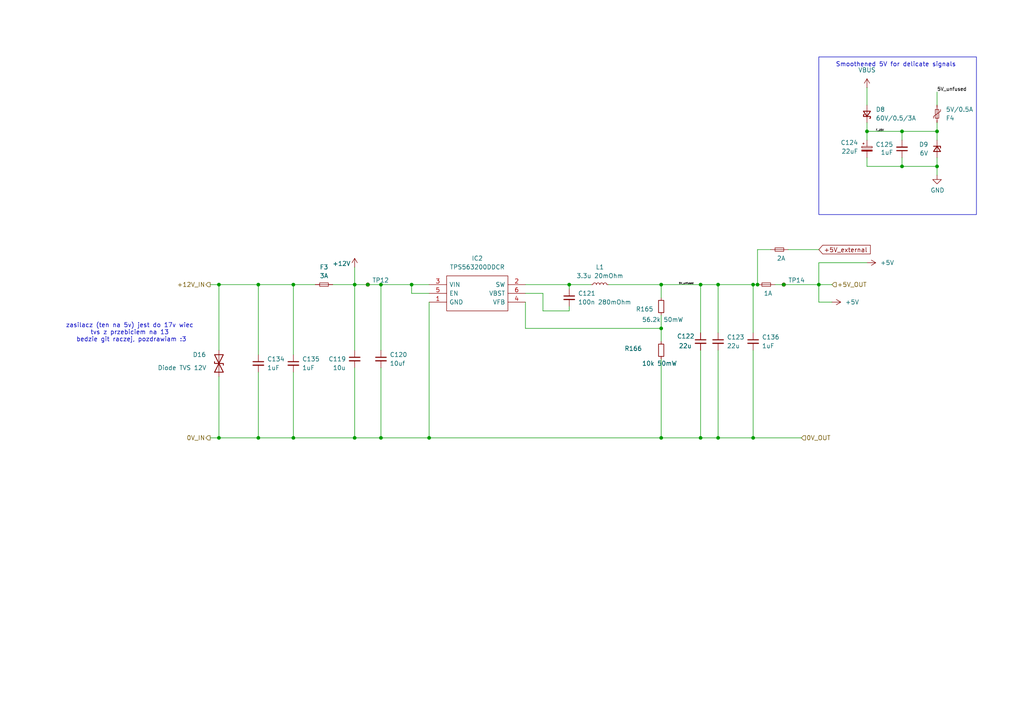
<source format=kicad_sch>
(kicad_sch (version 20250114) (generator "eeschema") (generator_version "9.0")
  (paper "A4")
  (lib_symbols
    (symbol "+5V_1" (power) (pin_numbers (hide yes)) (pin_names (offset 0) (hide yes))
      (property "Value" "+5V" (at 0 3.556 0))
      (symbol "+5V_1_0_1"
        (polyline (pts (xy -0.762 1.27) (xy 0 2.54)))
        (polyline (pts (xy 0 2.54) (xy 0.762 1.27)))
        (polyline (pts (xy 0 0) (xy 0 2.54)))
      )
      (symbol "+5V_1_1_1"
        (pin power_in line (at 0 0 90) (length 0) (name "~") (number "1"))
      )
    )
    (symbol "Connector:TestPoint_Small" (pin_numbers (hide yes)) (pin_names (offset 0.762) (hide yes))
      (property "Reference" "TP" (at 0 3.81 0))
      (property "Value" "TestPoint_Small" (at 0 2.032 0))
      (symbol "TestPoint_Small_0_1"
        (circle (center 0 0) (radius 0.508))
      )
      (symbol "TestPoint_Small_1_1"
        (pin passive line (at 0 0 90) (length 0) (name "1") (number "1"))
      )
    )
    (symbol "Device:C_Polarized_Small" (pin_numbers (hide yes)) (pin_names (offset 0.254) (hide yes))
      (property "Reference" "C" (at 0.254 1.778 0))
      (property "Value" "C_Polarized_Small" (at 0.254 -2.032 0))
      (symbol "C_Polarized_Small_0_1"
        (rectangle (start -1.524 0.6858) (end 1.524 0.3048))
        (rectangle (start -1.524 -0.3048) (end 1.524 -0.6858) (fill (type outline)))
        (polyline (pts (xy -1.27 1.524) (xy -0.762 1.524)))
        (polyline (pts (xy -1.016 1.27) (xy -1.016 1.778)))
      )
      (symbol "C_Polarized_Small_1_1"
        (pin passive line (at 0 2.54 270) (length 1.8542) (name "~") (number "1"))
        (pin passive line (at 0 -2.54 90) (length 1.8542) (name "~") (number "2"))
      )
    )
    (symbol "Device:C_Small" (pin_numbers (hide yes)) (pin_names (offset 0.254) (hide yes))
      (property "Reference" "C" (at 0.254 1.778 0))
      (property "Value" "C_Small" (at 0.254 -2.032 0))
      (symbol "C_Small_0_1"
        (polyline (pts (xy -1.524 0.508) (xy 1.524 0.508)) (stroke (width 0.3048)))
        (polyline (pts (xy -1.524 -0.508) (xy 1.524 -0.508)) (stroke (width 0.3302)))
      )
      (symbol "C_Small_1_1"
        (pin passive line (at 0 2.54 270) (length 2.032) (name "~") (number "1"))
        (pin passive line (at 0 -2.54 90) (length 2.032) (name "~") (number "2"))
      )
    )
    (symbol "Device:D_Schottky_Small" (pin_numbers (hide yes)) (pin_names (offset 0.254) (hide yes))
      (property "Reference" "D8" (at 1.27 2.54 90))
      (property "Value" "60V/0.5/3A" (at -1.27 2.54 90))
      (symbol "D_Schottky_Small_0_1"
        (polyline (pts (xy -1.27 0.762) (xy -1.27 1.016) (xy -0.762 1.016) (xy -0.762 -1.016) (xy -0.254 -1.016) (xy -0.254 -0.762)) (stroke (width 0.254)))
        (polyline (pts (xy -0.762 0) (xy 0.762 0)))
        (polyline (pts (xy 0.762 -1.016) (xy -0.762 0) (xy 0.762 1.016) (xy 0.762 -1.016)) (stroke (width 0.254)))
      )
      (symbol "D_Schottky_Small_1_1"
        (pin power_out line (at -2.54 0 0) (length 1.778) (name "K") (number "1"))
        (pin passive line (at 2.54 0 180) (length 1.778) (name "A") (number "2"))
      )
    )
    (symbol "Device:D_TVS" (pin_numbers (hide yes)) (pin_names (offset 1.016) (hide yes))
      (property "Reference" "D" (at 0 2.54 0))
      (property "Value" "D_TVS" (at 0 -2.54 0))
      (symbol "D_TVS_0_1"
        (polyline (pts (xy -2.54 1.27) (xy -2.54 -1.27) (xy 2.54 1.27) (xy 2.54 -1.27) (xy -2.54 1.27)) (stroke (width 0.254)))
        (polyline (pts (xy 0.508 1.27) (xy 0 1.27) (xy 0 -1.27) (xy -0.508 -1.27)) (stroke (width 0.254)))
        (polyline (pts (xy 1.27 0) (xy -1.27 0)))
      )
      (symbol "D_TVS_1_1"
        (pin passive line (at -3.81 0 0) (length 2.54) (name "A1") (number "1"))
        (pin passive line (at 3.81 0 180) (length 2.54) (name "A2") (number "2"))
      )
    )
    (symbol "Device:D_Zener_Small" (pin_numbers (hide yes)) (pin_names (offset 0.254) (hide yes))
      (property "Reference" "D" (at 0 2.286 0))
      (property "Value" "D_Zener_Small" (at 0 -2.286 0))
      (symbol "D_Zener_Small_0_1"
        (polyline (pts (xy -0.254 1.016) (xy -0.762 1.016) (xy -0.762 -1.016)) (stroke (width 0.254)))
        (polyline (pts (xy 0.762 1.016) (xy -0.762 0) (xy 0.762 -1.016) (xy 0.762 1.016)) (stroke (width 0.254)))
        (polyline (pts (xy 0.762 0) (xy -0.762 0)))
      )
      (symbol "D_Zener_Small_1_1"
        (pin passive line (at -2.54 0 0) (length 1.778) (name "K") (number "1"))
        (pin passive line (at 2.54 0 180) (length 1.778) (name "A") (number "2"))
      )
    )
    (symbol "Device:Fuse_Small" (pin_numbers (hide yes)) (pin_names (offset 0.254) (hide yes))
      (property "Reference" "F" (at 0 -1.524 0))
      (property "Value" "Fuse_Small" (at 0 1.524 0))
      (symbol "Fuse_Small_0_1"
        (rectangle (start -1.27 0.508) (end 1.27 -0.508))
        (polyline (pts (xy -1.27 0) (xy 1.27 0)))
      )
      (symbol "Fuse_Small_1_1"
        (pin passive line (at -2.54 0 0) (length 1.27) (name "~") (number "1"))
        (pin passive line (at 2.54 0 180) (length 1.27) (name "~") (number "2"))
      )
    )
    (symbol "Device:L_Small" (pin_numbers (hide yes)) (pin_names (offset 0.254) (hide yes))
      (property "Reference" "L" (at 0.762 1.016 0))
      (property "Value" "L_Small" (at 0.762 -1.016 0))
      (symbol "L_Small_0_1"
        (arc (start 0 2.032) (mid 0.5058 1.524) (end 0 1.016))
        (arc (start 0 1.016) (mid 0.5058 0.508) (end 0 0))
        (arc (start 0 0) (mid 0.5058 -0.508) (end 0 -1.016))
        (arc (start 0 -1.016) (mid 0.5058 -1.524) (end 0 -2.032))
      )
      (symbol "L_Small_1_1"
        (pin passive line (at 0 2.54 270) (length 0.508) (name "~") (number "1"))
        (pin passive line (at 0 -2.54 90) (length 0.508) (name "~") (number "2"))
      )
    )
    (symbol "Device:Polyfuse_Small" (pin_numbers (hide yes)) (pin_names (offset 0))
      (property "Reference" "F" (at -1.905 0 90))
      (property "Value" "Polyfuse_Small" (at 1.905 0 90))
      (symbol "Polyfuse_Small_0_1"
        (polyline (pts (xy -1.016 1.27) (xy -1.016 0.762) (xy 1.016 -0.762) (xy 1.016 -1.27)))
        (rectangle (start -0.508 1.27) (end 0.508 -1.27))
        (polyline (pts (xy 0 2.54) (xy 0 -2.54)))
      )
      (symbol "Polyfuse_Small_1_1"
        (pin passive line (at 0 2.54 270) (length 0.635) (name "~") (number "1"))
        (pin passive line (at 0 -2.54 90) (length 0.635) (name "~") (number "2"))
      )
    )
    (symbol "Device:R_Small" (pin_numbers (hide yes)) (pin_names (offset 0.254) (hide yes))
      (property "Reference" "R" (at 0.762 0.508 0))
      (property "Value" "R_Small" (at 0.762 -1.016 0))
      (symbol "R_Small_0_1"
        (rectangle (start -0.762 1.778) (end 0.762 -1.778) (stroke (width 0.2032)))
      )
      (symbol "R_Small_1_1"
        (pin passive line (at 0 2.54 270) (length 0.762) (name "~") (number "1"))
        (pin passive line (at 0 -2.54 90) (length 0.762) (name "~") (number "2"))
      )
    )
    (symbol "GND_2" (power) (pin_names (offset 0))
      (property "Value" "GND" (at 0 -3.81 0))
      (symbol "GND_2_0_1"
        (polyline (pts (xy 0 0) (xy 0 -1.27) (xy 1.27 -1.27) (xy 0 -2.54) (xy -1.27 -1.27) (xy 0 -1.27)))
      )
      (symbol "GND_2_1_1"
        (pin power_in line (at 0 0 270) (length 0) (hide yes) (name "GND") (number "1"))
      )
    )
    (symbol "TPS563200DDCR:TPS563200DDCR" (pin_names (offset 0.762))
      (property "Reference" "IC2" (at 13.97 7.62 0))
      (property "Value" "TPS563200DDCR" (at 13.97 5.08 0))
      (symbol "TPS563200DDCR_0_0"
        (pin input line (at 0 -2.54 0) (length 5.08) (name "EN") (number "5"))
        (pin bidirectional line (at 27.94 0 180) (length 5.08) (name "SW") (number "2"))
        (pin bidirectional line (at 27.94 -2.54 180) (length 5.08) (name "VBST") (number "6"))
      )
      (symbol "TPS563200DDCR_0_1"
        (polyline (pts (xy 5.08 2.54) (xy 22.86 2.54) (xy 22.86 -7.62) (xy 5.08 -7.62) (xy 5.08 2.54)) (stroke (width 0.1524)))
      )
      (symbol "TPS563200DDCR_1_0"
        (pin passive line (at 0 0 0) (length 5.08) (name "VIN") (number "3"))
        (pin passive line (at 0 -5.08 0) (length 5.08) (name "GND") (number "1"))
        (pin passive line (at 27.94 -5.08 180) (length 5.08) (name "VFB") (number "4"))
      )
    )
    (symbol "power:+12V" (power) (pin_numbers (hide yes)) (pin_names (offset 0) (hide yes))
      (property "Value" "+12V" (at 0 3.556 0))
      (symbol "+12V_0_1"
        (polyline (pts (xy -0.762 1.27) (xy 0 2.54)))
        (polyline (pts (xy 0 2.54) (xy 0.762 1.27)))
        (polyline (pts (xy 0 0) (xy 0 2.54)))
      )
      (symbol "+12V_1_1"
        (pin power_in line (at 0 0 90) (length 0) (name "~") (number "1"))
      )
    )
    (symbol "power:+5V" (power) (pin_numbers (hide yes)) (pin_names (offset 0) (hide yes))
      (property "Value" "+5V" (at -0.0001 3.81 90))
      (symbol "+5V_0_1"
        (polyline (pts (xy -0.762 1.27) (xy 0 2.54)))
        (polyline (pts (xy 0 2.54) (xy 0.762 1.27)))
        (polyline (pts (xy 0 0) (xy 0 2.54)))
      )
      (symbol "+5V_1_1"
        (pin power_out line (at 0 0 90) (length 0) (name "~") (number "1"))
      )
    )
    (symbol "power:VBUS" (power) (pin_numbers (hide yes)) (pin_names (offset 0) (hide yes))
      (property "Value" "VBUS" (at 0 3.556 0))
      (symbol "VBUS_0_1"
        (polyline (pts (xy -0.762 1.27) (xy 0 2.54)))
        (polyline (pts (xy 0 2.54) (xy 0.762 1.27)))
        (polyline (pts (xy 0 0) (xy 0 2.54)))
      )
      (symbol "VBUS_1_1"
        (pin power_in line (at 0 0 90) (length 0) (name "~") (number "1"))
      )
    )
  )
  (rectangle (start 237.49 16.51) (end 283.21 62.23))
  (text "zasilacz (ten na 5v) jest do 17v wiec \ntvs z przebiciem na 13 \nbedzie git raczej, pozdrawiam :3\n" (at 38.1 96.52 0) (effects (font (size 1.27 1.27))))
  (text "Smoothened 5V for delicate signals\n" (at 259.842 18.796 0) (effects (font (size 1.27 1.27))))
  (junction (at 106.68 82.55))
  (junction (at 237.49 82.55))
  (junction (at 227.33 82.55))
  (junction (at 271.78 38.1))
  (junction (at 119.38 82.55))
  (junction (at 203.2 82.55))
  (junction (at 271.78 48.26))
  (junction (at 102.87 127))
  (junction (at 191.77 95.25))
  (junction (at 191.77 127))
  (junction (at 203.2 127))
  (junction (at 74.93 127))
  (junction (at 261.62 38.1))
  (junction (at 110.49 127))
  (junction (at 102.87 82.55))
  (junction (at 261.62 48.26))
  (junction (at 191.77 82.55))
  (junction (at 218.44 82.55))
  (junction (at 63.5 82.55))
  (junction (at 208.28 127))
  (junction (at 85.09 127))
  (junction (at 219.71 82.55))
  (junction (at 74.93 82.55))
  (junction (at 208.28 82.55))
  (junction (at 63.5 127))
  (junction (at 85.09 82.55))
  (junction (at 124.46 127))
  (junction (at 165.1 82.55))
  (junction (at 110.49 82.55))
  (junction (at 251.46 38.1))
  (junction (at 218.44 127))
  (wire (pts (xy 165.1 82.55) (xy 165.1 83.82)))
  (wire (pts (xy 152.4 82.55) (xy 165.1 82.55)))
  (wire (pts (xy 271.78 26.67) (xy 271.78 30.48)))
  (wire (pts (xy 271.78 38.1) (xy 271.78 40.64)))
  (wire (pts (xy 119.38 85.09) (xy 119.38 82.55)))
  (wire (pts (xy 219.71 72.39) (xy 219.71 82.55)))
  (wire (pts (xy 119.38 82.55) (xy 124.46 82.55)))
  (wire (pts (xy 106.68 82.55) (xy 110.49 82.55)))
  (wire (pts (xy 218.44 82.55) (xy 219.71 82.55)))
  (wire (pts (xy 124.46 87.63) (xy 124.46 127)))
  (wire (pts (xy 74.93 107.95) (xy 74.93 127)))
  (wire (pts (xy 251.46 45.72) (xy 251.46 48.26)))
  (wire (pts (xy 63.5 127) (xy 74.93 127)))
  (wire (pts (xy 203.2 96.52) (xy 203.2 82.55)))
  (wire (pts (xy 63.5 82.55) (xy 63.5 101.6)))
  (wire (pts (xy 102.87 77.47) (xy 102.87 82.55)))
  (wire (pts (xy 60.96 82.55) (xy 63.5 82.55)))
  (wire (pts (xy 271.78 35.56) (xy 271.78 38.1)))
  (wire (pts (xy 152.4 87.63) (xy 152.4 95.25)))
  (wire (pts (xy 191.77 95.25) (xy 191.77 91.44)))
  (wire (pts (xy 191.77 104.14) (xy 191.77 127)))
  (wire (pts (xy 165.1 82.55) (xy 171.45 82.55)))
  (wire (pts (xy 110.49 101.6) (xy 110.49 82.55)))
  (wire (pts (xy 208.28 127) (xy 218.44 127)))
  (wire (pts (xy 63.5 109.22) (xy 63.5 127)))
  (wire (pts (xy 191.77 127) (xy 124.46 127)))
  (wire (pts (xy 102.87 127) (xy 110.49 127)))
  (wire (pts (xy 251.46 76.2) (xy 237.49 76.2)))
  (wire (pts (xy 224.79 82.55) (xy 227.33 82.55)))
  (wire (pts (xy 218.44 127) (xy 218.44 101.6)))
  (wire (pts (xy 228.6 72.39) (xy 237.49 72.39)))
  (wire (pts (xy 251.46 35.56) (xy 251.46 38.1)))
  (wire (pts (xy 152.4 95.25) (xy 191.77 95.25)))
  (wire (pts (xy 102.87 101.6) (xy 102.87 82.55)))
  (wire (pts (xy 110.49 106.68) (xy 110.49 127)))
  (wire (pts (xy 218.44 82.55) (xy 218.44 96.52)))
  (wire (pts (xy 152.4 85.09) (xy 157.48 85.09)))
  (wire (pts (xy 219.71 72.39) (xy 223.52 72.39)))
  (wire (pts (xy 203.2 127) (xy 191.77 127)))
  (wire (pts (xy 208.28 96.52) (xy 208.28 82.55)))
  (wire (pts (xy 191.77 82.55) (xy 176.53 82.55)))
  (wire (pts (xy 251.46 48.26) (xy 261.62 48.26)))
  (wire (pts (xy 74.93 82.55) (xy 74.93 102.87)))
  (wire (pts (xy 271.78 45.72) (xy 271.78 48.26)))
  (wire (pts (xy 191.77 86.36) (xy 191.77 82.55)))
  (wire (pts (xy 85.09 127) (xy 102.87 127)))
  (wire (pts (xy 203.2 82.55) (xy 191.77 82.55)))
  (wire (pts (xy 203.2 127) (xy 208.28 127)))
  (wire (pts (xy 74.93 82.55) (xy 85.09 82.55)))
  (wire (pts (xy 203.2 82.55) (xy 208.28 82.55)))
  (wire (pts (xy 157.48 85.09) (xy 157.48 90.17)))
  (wire (pts (xy 261.62 38.1) (xy 261.62 40.64)))
  (wire (pts (xy 85.09 107.95) (xy 85.09 127)))
  (wire (pts (xy 203.2 101.6) (xy 203.2 127)))
  (wire (pts (xy 208.28 82.55) (xy 218.44 82.55)))
  (wire (pts (xy 110.49 82.55) (xy 119.38 82.55)))
  (wire (pts (xy 110.49 127) (xy 124.46 127)))
  (wire (pts (xy 227.33 82.55) (xy 237.49 82.55)))
  (wire (pts (xy 74.93 127) (xy 85.09 127)))
  (wire (pts (xy 218.44 127) (xy 232.41 127)))
  (wire (pts (xy 63.5 127) (xy 60.96 127)))
  (wire (pts (xy 157.48 90.17) (xy 165.1 90.17)))
  (wire (pts (xy 96.52 82.55) (xy 102.87 82.55)))
  (wire (pts (xy 63.5 82.55) (xy 74.93 82.55)))
  (wire (pts (xy 251.46 38.1) (xy 251.46 40.64)))
  (wire (pts (xy 124.46 85.09) (xy 119.38 85.09)))
  (wire (pts (xy 85.09 82.55) (xy 85.09 102.87)))
  (wire (pts (xy 102.87 106.68) (xy 102.87 127)))
  (wire (pts (xy 261.62 45.72) (xy 261.62 48.26)))
  (wire (pts (xy 102.87 82.55) (xy 106.68 82.55)))
  (wire (pts (xy 271.78 48.26) (xy 261.62 48.26)))
  (wire (pts (xy 251.46 25.4) (xy 251.46 30.48)))
  (wire (pts (xy 208.28 101.6) (xy 208.28 127)))
  (wire (pts (xy 271.78 48.26) (xy 271.78 50.8)))
  (wire (pts (xy 241.3 87.63) (xy 237.49 87.63)))
  (wire (pts (xy 91.44 82.55) (xy 85.09 82.55)))
  (wire (pts (xy 237.49 87.63) (xy 237.49 82.55)))
  (wire (pts (xy 165.1 90.17) (xy 165.1 88.9)))
  (wire (pts (xy 191.77 95.25) (xy 191.77 99.06)))
  (wire (pts (xy 261.62 38.1) (xy 271.78 38.1)))
  (wire (pts (xy 237.49 82.55) (xy 241.3 82.55)))
  (wire (pts (xy 237.49 76.2) (xy 237.49 82.55)))
  (wire (pts (xy 251.46 38.1) (xy 261.62 38.1)))
  (label "5V_unfused" (at 271.78 26.67 0) (effects (font (size 1 1))))
  (label "5V_unfused" (at 196.85 82.55 0) (effects (font (size 0.5 0.5))))
  (label "F_U5V" (at 254 38.1 0) (effects (font (size 0.5 0.5))))
  (global_label "+5V_external" (shape input) (at 237.49 72.39 0) (property "Intersheetrefs" "${INTERSHEET_REFS}" (effects (hide yes))))
  (hierarchical_label "0V_OUT" (shape input) (at 232.41 127 0))
  (hierarchical_label "+5V_OUT" (shape input) (at 241.3 82.55 0))
  (hierarchical_label "+12V_IN" (shape output) (at 60.96 82.55 180))
  (hierarchical_label "0V_IN" (shape output) (at 60.96 127 180))
  (symbol (lib_id "power:+5V") (at 251.46 76.2 270) (unit 1)
    (property "Reference" "#PWR0125" (effects (hide yes)))
    (property "Value" "+5V" (at 255.27 76.1999 90) (effects (justify left)))
    (property "Description" "Power symbol creates a global label with name \"+5V\"" (effects (hide yes)))
  )
  (symbol (lib_name "+5V_1") (lib_id "power:+5V") (at 241.3 87.63 270) (unit 1)
    (property "Reference" "#PWR090" (effects (hide yes)))
    (property "Value" "+5V" (at 245.11 87.6299 90) (effects (justify left)))
    (property "Description" "Power symbol creates a global label with name \"+5V\"" (effects (hide yes)))
  )
  (symbol (lib_id "power:+12V") (at 102.87 77.47 0) (unit 1)
    (property "Reference" "#PWR0122" (effects (hide yes)))
    (property "Value" "+12V" (at 99.06 76.454 0))
    (property "Description" "Power symbol creates a global label with name \"+12V\"" (effects (hide yes)))
  )
  (symbol (lib_id "Device:Fuse_Small") (at 93.98 82.55 0) (unit 1)
    (property "Reference" "F3" (at 93.98 77.47 0))
    (property "Value" "3A" (at 93.98 80.01 0))
    (property "Footprint" "Fuse:Fuse_0603_1608Metric_Pad1.05x0.95mm_HandSolder" (effects (hide yes)))
    (property "Datasheet" "https://www.mouser.pl/ProductDetail/Bourns/SF-0603FP300F-2?qs=55YtniHzbhAz28pQ%252B5v2Gg%3D%3D" (effects (hide yes)))
    (property "Description" "Fuse, small symbol" (effects (hide yes)))
  )
  (symbol (lib_id "Device:D_Schottky_Small") (at 251.46 33.02 270) (mirror x) (unit 1)
    (property "Reference" "D8" (at 254 31.75 90) (effects (justify left)))
    (property "Value" "60V/0.5/3A" (at 254 34.29 90) (effects (justify left)))
    (property "Footprint" "Diode_SMD:D_SOD-123" (effects (hide yes)))
    (property "Datasheet" "https://www.mouser.pl/ProductDetail/Taiwan-Semiconductor/TSSE3H60H?qs=lc2O%252BfHJPVbFLpuA1ZcYlQ%3D%3D" (effects (hide yes)))
    (property "Description" "Schottky diode, small symbol" (effects (hide yes)))
    (property "Mouser Part Number" "637-SKL36" (effects (hide yes)))
  )
  (symbol (lib_id "Device:R_Small") (at 191.77 88.9 180) (unit 1)
    (property "Reference" "R165" (at 184.404 89.662 0) (effects (justify right)))
    (property "Value" "56.2k 50mW" (at 186.182 92.71 0) (effects (justify right)))
    (property "Footprint" "Resistor_SMD:R_0603_1608Metric_Pad0.98x0.95mm_HandSolder" (effects (hide yes)))
    (property "Datasheet" "https://www.mouser.pl/ProductDetail/YAGEO/RC0201FR-0756K2L?qs=Q4gDqC5t5%2FD3%2Fkjmz2Nr%2Fw%3D%3D" (effects (hide yes)))
    (property "Description" "Resistor, small symbol" (effects (hide yes)))
  )
  (symbol (lib_id "Device:C_Polarized_Small") (at 251.46 43.18 0) (unit 1)
    (property "Reference" "C124" (at 248.92 41.3638 0) (effects (justify right)))
    (property "Value" "22uF" (at 248.92 43.9038 0) (effects (justify right)))
    (property "Footprint" "Capacitor_SMD:CP_Elec_4x5.8" (effects (hide yes)))
    (property "Description" "Polarized capacitor, small symbol" (effects (hide yes)))
    (property "Mouser Price/Stock" "https://www.mouser.pl/ProductDetail/Samsung-Electro-Mechanics/CL21A107MQYNNWE?qs=81r%252BiQLm7BSNi6fWCnDBNQ%3D%3D" (effects (hide yes)))
    (property "Mouser Part Number" "647-UCM1V220MCL1GS" (effects (hide yes)))
  )
  (symbol (lib_id "TPS563200DDCR:TPS563200DDCR") (at 124.46 82.55 0) (unit 1)
    (property "Reference" "IC2" (at 138.43 74.93 0))
    (property "Value" "TPS563200DDCR" (at 138.43 77.47 0))
    (property "Footprint" "footrpint:TPS563200DDCR" (effects (hide yes)))
    (property "Datasheet" "http://www.ti.com/lit/gpn/TPS563200" (effects (hide yes)))
    (property "Description" "17 V Input, 3A Synchronous Step-Down Regulator in SOT-23 with Advanced Eco-mode" (effects (hide yes)))
    (property "Height" "1.1" (effects (hide yes)))
    (property "Mouser Part Number" "595-TPS563200DDCR" (effects (hide yes)))
    (property "Mouser Price/Stock" "https://www.mouser.co.uk/ProductDetail/Texas-Instruments/TPS563200DDCR?qs=bT6MOr62zwLjxJIF4PA64g%3D%3D" (effects (hide yes)))
    (property "Manufacturer_Name" "Texas Instruments" (effects (hide yes)))
    (property "Manufacturer_Part_Number" "TPS563200DDCR" (effects (hide yes)))
  )
  (symbol (lib_id "Device:C_Small") (at 85.09 105.41 0) (unit 1)
    (property "Reference" "C135" (at 87.63 104.1462 0) (effects (justify left)))
    (property "Value" "1uF" (at 87.63 106.6862 0) (effects (justify left)))
    (property "Footprint" "Capacitor_SMD:C_0603_1608Metric_Pad1.08x0.95mm_HandSolder" (effects (hide yes)))
    (property "Datasheet" "https://www.mouser.pl/ProductDetail/TAIYO-YUDEN/EMK107B7105MA8T?qs=sGAEpiMZZMsh%252B1woXyUXj30ZYomYlxpXD%252BuSrqeE39U%3D" (effects (hide yes)))
    (property "Description" "Unpolarized capacitor, small symbol" (effects (hide yes)))
  )
  (symbol (lib_id "Device:D_TVS") (at 63.5 105.41 90) (unit 1)
    (property "Reference" "D16" (at 55.88 102.87 90) (effects (justify right)))
    (property "Value" "Diode TVS 12V" (at 45.72 106.68 90) (effects (justify right)))
    (property "Footprint" "Diode_SMD:D_SOD-323F" (effects (hide yes)))
    (property "Datasheet" "https://www.mouser.pl/ProductDetail/Diodes-Incorporated/SD12C-7?qs=EBDBlbfErPxugjAb5VaoMA%3D%3D" (effects (hide yes)))
    (property "Description" "Bidirectional transient-voltage-suppression diode" (effects (hide yes)))
  )
  (symbol (lib_id "Connector:TestPoint_Small") (at 106.68 82.55 0) (unit 1)
    (property "Reference" "TP12" (at 107.95 81.2799 0) (effects (justify left)))
    (property "Value" "TestPoint_Small" (effects (hide yes)))
    (property "Footprint" "TestPoint:TestPoint_Pad_D1.0mm" (effects (hide yes)))
    (property "Description" "test point" (effects (hide yes)))
  )
  (symbol (lib_id "Device:C_Small") (at 203.2 99.06 0) (unit 1)
    (property "Reference" "C122" (at 196.342 97.536 0) (effects (justify left)))
    (property "Value" "22u" (at 196.85 100.33 0) (effects (justify left)))
    (property "Footprint" "Capacitor_SMD:C_0603_1608Metric_Pad1.08x0.95mm_HandSolder" (effects (hide yes)))
    (property "Datasheet" "https://www.mouser.pl/ProductDetail/TDK/C1608X5R1A226M080AC?qs=dfay7wIA1uED3Fb1o4f9Dg%3D%3D" (effects (hide yes)))
    (property "Description" "Unpolarized capacitor, small symbol" (effects (hide yes)))
    (property "Field5" "22u 3.71mOhm" (effects (hide yes)))
  )
  (symbol (lib_id "Connector:TestPoint_Small") (at 227.33 82.55 0) (unit 1)
    (property "Reference" "TP14" (at 228.6 81.2799 0) (effects (justify left)))
    (property "Value" "TestPoint_Small" (effects (hide yes)))
    (property "Footprint" "TestPoint:TestPoint_Pad_D1.0mm" (effects (hide yes)))
    (property "Description" "test point" (effects (hide yes)))
  )
  (symbol (lib_id "power:VBUS") (at 251.46 25.4 0) (unit 1)
    (property "Reference" "#PWR034" (effects (hide yes)))
    (property "Value" "VBUS" (at 251.46 20.32 0))
    (property "Description" "Power symbol creates a global label with name \"VBUS\"" (effects (hide yes)))
  )
  (symbol (lib_id "Device:C_Small") (at 261.62 43.18 180) (unit 1)
    (property "Reference" "C125" (at 259.08 41.91 0) (effects (justify left)))
    (property "Value" "1uF" (at 259.08 44.2214 0) (effects (justify left)))
    (property "Footprint" "Capacitor_SMD:C_0603_1608Metric" (effects (hide yes)))
    (property "Manufacturer_Name" "--" (effects (hide yes)))
    (property "Manufacturer_Part_Number" "C0603C104J3RACTU" (effects (hide yes)))
    (property "Mouser Part Number" "80-C0603C104J3R" (effects (hide yes)))
    (property "Mouser Price/Stock" "https://www.mouser.pl/ProductDetail/KEMET/C0603C104J3RACTU?qs=EHsFn6hSx4W0Oy0I8JUofQ%3D%3D" (effects (hide yes)))
  )
  (symbol (lib_id "Device:C_Small") (at 102.87 104.14 0) (unit 1)
    (property "Reference" "C119" (at 95.25 104.14 0) (effects (justify left)))
    (property "Value" "10u" (at 96.52 106.68 0) (effects (justify left)))
    (property "Footprint" "Capacitor_SMD:C_0805_2012Metric_Pad1.18x1.45mm_HandSolder" (effects (hide yes)))
    (property "Datasheet" "https://www.mouser.pl/ProductDetail/TDK/C2012X5R1V106K085AC?qs=6JAMGB%252BEdky%252BlYMcTLhFyA%3D%3D" (effects (hide yes)))
    (property "Description" "Unpolarized capacitor, small symbol" (effects (hide yes)))
  )
  (symbol (lib_id "Device:Fuse_Small") (at 222.25 82.55 0) (unit 1)
    (property "Reference" "F2" (effects (hide yes)))
    (property "Value" "1A" (at 222.758 85.09 0))
    (property "Footprint" "Fuse:Fuse_0603_1608Metric_Pad1.05x0.95mm_HandSolder" (effects (hide yes)))
    (property "Datasheet" "https://www.mouser.pl/ProductDetail/Bourns/SF-0603F100-2?qs=sGAEpiMZZMsIz3CjQ1xegdp54%252BzS9Epn%252B5yJC0KdyEI%3D" (effects (hide yes)))
    (property "Description" "Fuse, small symbol" (effects (hide yes)))
  )
  (symbol (lib_id "Device:Polyfuse_Small") (at 271.78 33.02 0) (mirror x) (unit 1)
    (property "Reference" "F4" (at 274.32 34.29 0) (effects (justify left)))
    (property "Value" "5V/0.5A" (at 274.32 31.75 0) (effects (justify left)))
    (property "Footprint" "Fuse:Fuse_0805_2012Metric" (effects (hide yes)))
    (property "Description" "Resettable fuse, polymeric positive temperature coefficient, small symbol" (effects (hide yes)))
    (property "Manufacturer_Part_Number" "0ZCH0050FF2G" (effects (hide yes)))
    (property "Mouser Part Number" "530-0ZCH0050FF2G" (effects (hide yes)))
    (property "Mouser Price/Stock" "https://www.mouser.pl/ProductDetail/Bel-Fuse/0ZCH0050FF2G?qs=SRYZG9HaIQ2VrAxOxbTdxQ%3D%3D" (effects (hide yes)))
  )
  (symbol (lib_id "Device:C_Small") (at 218.44 99.06 0) (unit 1)
    (property "Reference" "C136" (at 220.98 97.7962 0) (effects (justify left)))
    (property "Value" "1uF" (at 220.98 100.3362 0) (effects (justify left)))
    (property "Footprint" "Capacitor_SMD:C_0603_1608Metric_Pad1.08x0.95mm_HandSolder" (effects (hide yes)))
    (property "Datasheet" "https://www.mouser.pl/ProductDetail/TAIYO-YUDEN/EMK107B7105MA8T?qs=sGAEpiMZZMsh%252B1woXyUXj30ZYomYlxpXD%252BuSrqeE39U%3D" (effects (hide yes)))
    (property "Description" "Unpolarized capacitor, small symbol" (effects (hide yes)))
  )
  (symbol (lib_id "Device:R_Small") (at 191.77 101.6 180) (unit 1)
    (property "Reference" "R166" (at 181.102 101.092 0) (effects (justify right)))
    (property "Value" "10k 50mW" (at 186.182 105.41 0) (effects (justify right)))
    (property "Footprint" "Resistor_SMD:R_0603_1608Metric_Pad0.98x0.95mm_HandSolder" (effects (hide yes)))
    (property "Description" "Resistor, small symbol" (effects (hide yes)))
  )
  (symbol (lib_id "Device:C_Small") (at 208.28 99.06 0) (unit 1)
    (property "Reference" "C123" (at 210.82 97.7962 0) (effects (justify left)))
    (property "Value" "22u" (at 210.82 100.3362 0) (effects (justify left)))
    (property "Footprint" "Capacitor_SMD:C_0603_1608Metric_Pad1.08x0.95mm_HandSolder" (effects (hide yes)))
    (property "Datasheet" "https://www.mouser.pl/ProductDetail/TDK/C1608X5R1A226M080AC?qs=dfay7wIA1uED3Fb1o4f9Dg%3D%3D" (effects (hide yes)))
    (property "Description" "Unpolarized capacitor, small symbol" (effects (hide yes)))
    (property "Field5" "22u 3.71mOhm" (effects (hide yes)))
  )
  (symbol (lib_id "Device:C_Small") (at 165.1 86.36 0) (unit 1)
    (property "Reference" "C121" (at 167.64 85.0962 0) (effects (justify left)))
    (property "Value" "100n 280mOhm" (at 167.64 87.6362 0) (effects (justify left)))
    (property "Footprint" "Capacitor_SMD:C_0805_2012Metric_Pad1.18x1.45mm_HandSolder" (effects (hide yes)))
    (property "Datasheet" "https://www.mouser.pl/ProductDetail/KYOCERA-AVX/08053C104KAT2A?qs=EihRZLdKnF2GcTBzDkE%2FiQ%3D%3D" (effects (hide yes)))
    (property "Description" "Unpolarized capacitor, small symbol" (effects (hide yes)))
  )
  (symbol (lib_id "Device:L_Small") (at 173.99 82.55 90) (unit 1)
    (property "Reference" "L1" (at 173.99 77.47 90))
    (property "Value" "3.3u 20mOhm" (at 173.99 80.01 90))
    (property "Footprint" "footrpint:CLF7045__" (effects (hide yes)))
    (property "Datasheet" "https://www.mouser.pl/ProductDetail/TDK/CLF7045NIT-3R3N-D?qs=P8zzrVhehaveWwbrqo7%252Bdg%3D%3D" (effects (hide yes)))
    (property "Description" "Inductor, small symbol" (effects (hide yes)))
  )
  (symbol (lib_id "Device:D_Zener_Small") (at 271.78 43.18 270) (unit 1)
    (property "Reference" "D9" (at 269.24 41.91 90) (effects (justify right)))
    (property "Value" "6V" (at 269.24 44.45 90) (effects (justify right)))
    (property "Footprint" "Diode_SMD:D_SOD-123" (effects (hide yes)))
    (property "Datasheet" "https://www.mouser.pl/ProductDetail/Panjit/MMSZ5233B_R1_00001?qs=sPbYRqrBIVndInMcSnypfw%3D%3D" (effects (hide yes)))
    (property "Description" "Zener diode, small symbol" (effects (hide yes)))
    (property "Mouser Part Number" "637-SMF5.0A" (effects (hide yes)))
  )
  (symbol (lib_id "Device:Fuse_Small") (at 226.06 72.39 0) (unit 1)
    (property "Reference" "F6" (effects (hide yes)))
    (property "Value" "2A" (at 226.568 74.93 0))
    (property "Footprint" "Fuse:Fuse_0603_1608Metric_Pad1.05x0.95mm_HandSolder" (effects (hide yes)))
    (property "Datasheet" "https://www.mouser.pl/ProductDetail/Littelfuse/0494002.NR?qs=sGAEpiMZZMsIz3CjQ1xegUTtGDFC%2F6brVJpNxmq%252BWm0%3D" (effects (hide yes)))
    (property "Description" "Fuse, small symbol" (effects (hide yes)))
  )
  (symbol (lib_id "Device:C_Small") (at 110.49 104.14 0) (unit 1)
    (property "Reference" "C120" (at 113.03 102.8762 0) (effects (justify left)))
    (property "Value" "10uf" (at 113.03 105.4162 0) (effects (justify left)))
    (property "Footprint" "Capacitor_SMD:C_0805_2012Metric_Pad1.18x1.45mm_HandSolder" (effects (hide yes)))
    (property "Datasheet" "https://www.mouser.pl/ProductDetail/TDK/C2012X5R1V106K085AC?qs=6JAMGB%252BEdky%252BlYMcTLhFyA%3D%3D" (effects (hide yes)))
    (property "Description" "Unpolarized capacitor, small symbol" (effects (hide yes)))
  )
  (symbol (lib_id "Device:C_Small") (at 74.93 105.41 0) (unit 1)
    (property "Reference" "C134" (at 77.47 104.1462 0) (effects (justify left)))
    (property "Value" "1uF" (at 77.47 106.6862 0) (effects (justify left)))
    (property "Footprint" "Capacitor_SMD:C_0603_1608Metric_Pad1.08x0.95mm_HandSolder" (effects (hide yes)))
    (property "Datasheet" "https://www.mouser.pl/ProductDetail/TAIYO-YUDEN/EMK107B7105MA8T?qs=sGAEpiMZZMsh%252B1woXyUXj30ZYomYlxpXD%252BuSrqeE39U%3D" (effects (hide yes)))
    (property "Description" "Unpolarized capacitor, small symbol" (effects (hide yes)))
  )
  (symbol (lib_name "GND_2") (lib_id "power:GND") (at 271.78 50.8 0) (unit 1)
    (property "Reference" "#PWR0128" (effects (hide yes)))
    (property "Value" "GND" (at 271.907 55.1942 0))
  )
)
</source>
